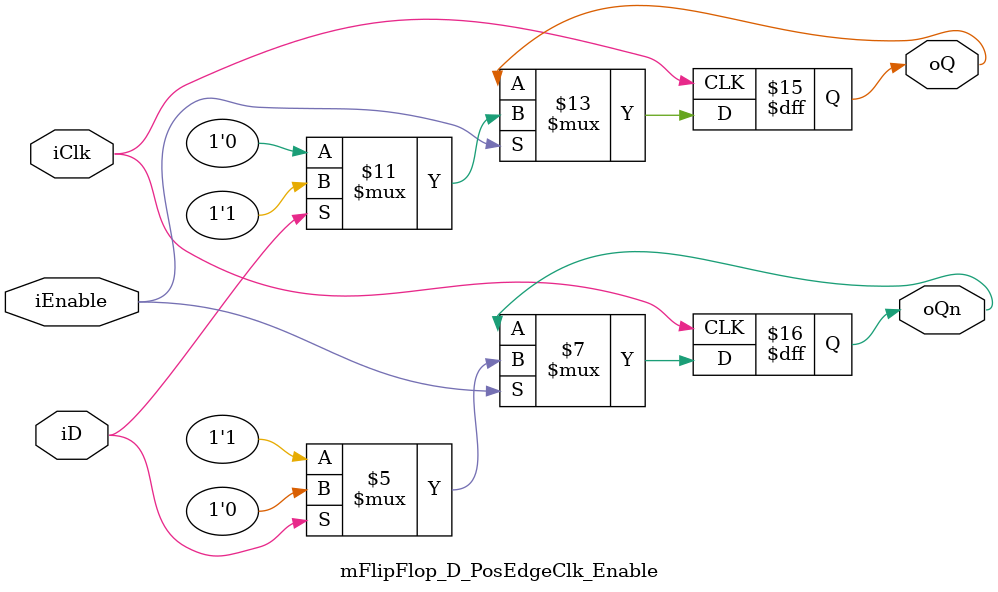
<source format=v>
module mFlipFlop_D_PosEdgeClk_Enable (iClk, iEnable, iD, oQ, oQn);

input iClk, iD, iEnable;
output oQ, oQn;

reg oQ, oQn;

always@(posedge iClk)
	if(iEnable)
		if(!iD)
			begin
			oQ <= 1'b0;
			oQn <= 1'b1;
			end
		else
			begin
			oQ <= 1'b1;
			oQn <= 1'b0;
			end
		
	else
		begin
		oQ <= oQ;
		oQn <= oQn;
		end

endmodule

</source>
